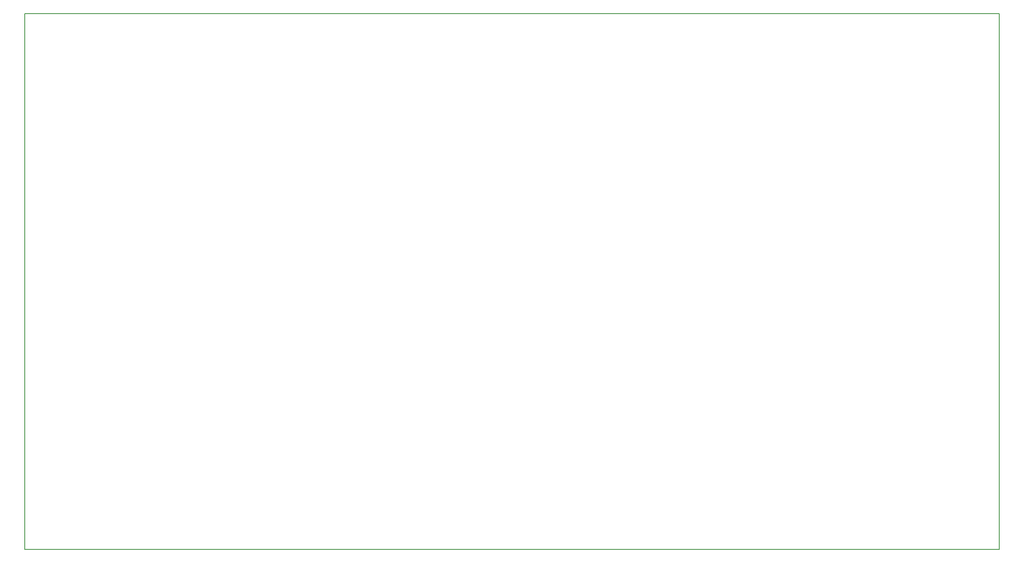
<source format=gbr>
G04 #@! TF.GenerationSoftware,KiCad,Pcbnew,(5.0.1)-4*
G04 #@! TF.CreationDate,2018-12-21T08:19:54-07:00*
G04 #@! TF.ProjectId,SprinklerControllerSTM,537072696E6B6C6572436F6E74726F6C,rev?*
G04 #@! TF.SameCoordinates,Original*
G04 #@! TF.FileFunction,Profile,NP*
%FSLAX46Y46*%
G04 Gerber Fmt 4.6, Leading zero omitted, Abs format (unit mm)*
G04 Created by KiCad (PCBNEW (5.0.1)-4) date 12/21/2018 8:19:54 AM*
%MOMM*%
%LPD*%
G01*
G04 APERTURE LIST*
%ADD10C,0.150000*%
%ADD11C,0.200000*%
G04 APERTURE END LIST*
D10*
X49812000Y-144986000D02*
X249812000Y-144986000D01*
X49812000Y-34986000D02*
X49812000Y-144986000D01*
X249812000Y-34986000D02*
X249812000Y-144986000D01*
D11*
X49812000Y-34986000D02*
X249812000Y-34986000D01*
M02*

</source>
